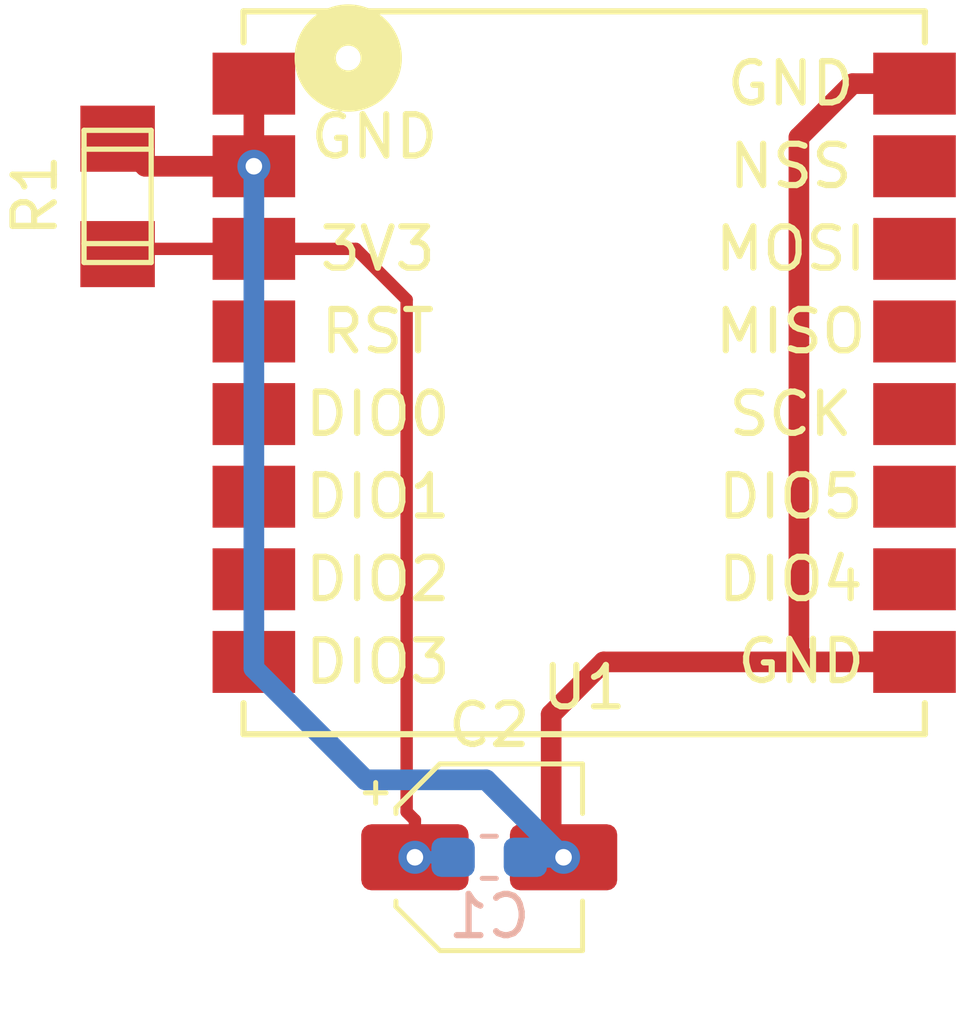
<source format=kicad_pcb>
(kicad_pcb (version 20171130) (host pcbnew 5.1.2-f72e74a~84~ubuntu18.04.1)

  (general
    (thickness 1.6)
    (drawings 0)
    (tracks 30)
    (zones 0)
    (modules 4)
    (nets 3)
  )

  (page User 215.9 139.7)
  (layers
    (0 F.Cu signal)
    (31 B.Cu signal)
    (32 B.Adhes user)
    (33 F.Adhes user)
    (34 B.Paste user)
    (35 F.Paste user)
    (36 B.SilkS user)
    (37 F.SilkS user)
    (38 B.Mask user)
    (39 F.Mask user)
    (40 Dwgs.User user)
    (41 Cmts.User user)
    (42 Eco1.User user)
    (43 Eco2.User user)
    (44 Edge.Cuts user)
    (45 Margin user)
    (46 B.CrtYd user)
    (47 F.CrtYd user)
    (48 B.Fab user)
    (49 F.Fab user)
  )

  (setup
    (last_trace_width 0.25)
    (trace_clearance 0.2)
    (zone_clearance 0.508)
    (zone_45_only no)
    (trace_min 0.2)
    (via_size 0.8)
    (via_drill 0.4)
    (via_min_size 0.4)
    (via_min_drill 0.3)
    (uvia_size 0.3)
    (uvia_drill 0.1)
    (uvias_allowed no)
    (uvia_min_size 0.2)
    (uvia_min_drill 0.1)
    (edge_width 0.05)
    (segment_width 0.2)
    (pcb_text_width 0.3)
    (pcb_text_size 1.5 1.5)
    (mod_edge_width 0.12)
    (mod_text_size 1 1)
    (mod_text_width 0.15)
    (pad_size 1.524 1.524)
    (pad_drill 0.762)
    (pad_to_mask_clearance 0.051)
    (solder_mask_min_width 0.25)
    (aux_axis_origin 0 0)
    (visible_elements FFFFFF7F)
    (pcbplotparams
      (layerselection 0x010fc_ffffffff)
      (usegerberextensions false)
      (usegerberattributes false)
      (usegerberadvancedattributes false)
      (creategerberjobfile false)
      (excludeedgelayer true)
      (linewidth 0.100000)
      (plotframeref false)
      (viasonmask false)
      (mode 1)
      (useauxorigin false)
      (hpglpennumber 1)
      (hpglpenspeed 20)
      (hpglpendiameter 15.000000)
      (psnegative false)
      (psa4output false)
      (plotreference true)
      (plotvalue true)
      (plotinvisibletext false)
      (padsonsilk false)
      (subtractmaskfromsilk false)
      (outputformat 1)
      (mirror false)
      (drillshape 1)
      (scaleselection 1)
      (outputdirectory ""))
  )

  (net 0 "")
  (net 1 GND)
  (net 2 +3V3)

  (net_class Default "This is the default net class."
    (clearance 0.2)
    (trace_width 0.25)
    (via_dia 0.8)
    (via_drill 0.4)
    (uvia_dia 0.3)
    (uvia_drill 0.1)
    (add_net /CE)
    (add_net /CSN)
    (add_net /IRQ)
    (add_net /MISO)
    (add_net /MOSI)
    (add_net /SCK)
    (add_net "Net-(U1-Pad10)")
    (add_net "Net-(U1-Pad11)")
    (add_net "Net-(U1-Pad6)")
    (add_net "Net-(U1-Pad7)")
    (add_net "Net-(U1-Pad8)")
  )

  (net_class 100mA ""
    (clearance 0.2)
    (trace_width 0.3)
    (via_dia 0.8)
    (via_drill 0.4)
    (uvia_dia 0.3)
    (uvia_drill 0.1)
    (add_net +3V3)
  )

  (net_class GND ""
    (clearance 0.2)
    (trace_width 0.5)
    (via_dia 0.8)
    (via_drill 0.4)
    (uvia_dia 0.3)
    (uvia_drill 0.1)
    (add_net GND)
  )

  (module footprint-lib:VAR_1206 (layer F.Cu) (tedit 5CFFB33A) (tstamp 5D001A13)
    (at 22 33.5 90)
    (descr VAR_1206)
    (tags VAR_1206)
    (path /5D00BF8A)
    (fp_text reference R1 (at 0.0254 -2 270) (layer F.SilkS)
      (effects (font (size 1 1) (thickness 0.15)))
    )
    (fp_text value VAR_3V3,1206 (at 0 1.27 270) (layer F.SilkS) hide
      (effects (font (size 0.50038 0.50038) (thickness 0.11938)))
    )
    (fp_line (start 1.143 0.8128) (end 1.143 -0.8128) (layer F.SilkS) (width 0.127))
    (fp_line (start -1.143 -0.8128) (end -1.143 0.8128) (layer F.SilkS) (width 0.127))
    (fp_line (start -1.6002 -0.8128) (end -1.6002 0.8128) (layer F.SilkS) (width 0.127))
    (fp_line (start -1.6002 0.8128) (end 1.6002 0.8128) (layer F.SilkS) (width 0.127))
    (fp_line (start 1.6002 0.8128) (end 1.6002 -0.8128) (layer F.SilkS) (width 0.127))
    (fp_line (start 1.6002 -0.8128) (end -1.6002 -0.8128) (layer F.SilkS) (width 0.127))
    (pad 1 smd rect (at 1.397 0 90) (size 1.6002 1.8034) (layers F.Cu F.Paste F.Mask)
      (net 1 GND))
    (pad 2 smd rect (at -1.397 0 90) (size 1.6002 1.8034) (layers F.Cu F.Paste F.Mask)
      (net 2 +3V3))
    (model ${HOME}/_workspace/kicad/kicad_library/smisioto-footprints/modules/packages3d/walter/smd_resistors/r_1206.wrl
      (at (xyz 0 0 0))
      (scale (xyz 1 1 1))
      (rotate (xyz 0 0 0))
    )
  )

  (module footprint-lib:Ai-Thinker-Ra-02-LoRa (layer F.Cu) (tedit 5CFE8E62) (tstamp 5D001A47)
    (at 33.3 37.77)
    (descr "Ai Thinker Ra-01 LoRa")
    (tags "LoRa Ra-02")
    (path /5CFFC579)
    (attr smd)
    (fp_text reference U1 (at 0 7.62) (layer F.SilkS)
      (effects (font (size 1 1) (thickness 0.15)))
    )
    (fp_text value Ai-Thinker-Ra-02 (at 0 9.75) (layer F.Fab)
      (effects (font (size 1 1) (thickness 0.15)))
    )
    (fp_circle (center -5.715 -7.62) (end -5.415 -7.62) (layer F.SilkS) (width 1))
    (fp_text user GND (at 5.255 6.985) (layer F.SilkS)
      (effects (font (size 1 1) (thickness 0.15)))
    )
    (fp_text user DIO4 (at 5 5) (layer F.SilkS)
      (effects (font (size 1 1) (thickness 0.15)))
    )
    (fp_text user DIO5 (at 5 3) (layer F.SilkS)
      (effects (font (size 1 1) (thickness 0.15)))
    )
    (fp_text user SCK (at 5 1) (layer F.SilkS)
      (effects (font (size 1 1) (thickness 0.15)))
    )
    (fp_text user MISO (at 5 -1) (layer F.SilkS)
      (effects (font (size 1 1) (thickness 0.15)))
    )
    (fp_text user MOSI (at 5 -3) (layer F.SilkS)
      (effects (font (size 1 1) (thickness 0.15)))
    )
    (fp_text user NSS (at 5 -5) (layer F.SilkS)
      (effects (font (size 1 1) (thickness 0.15)))
    )
    (fp_text user GND (at 5 -7) (layer F.SilkS)
      (effects (font (size 1 1) (thickness 0.15)))
    )
    (fp_text user DIO3 (at -5 7) (layer F.SilkS)
      (effects (font (size 1 1) (thickness 0.15)))
    )
    (fp_text user DIO2 (at -5 5) (layer F.SilkS)
      (effects (font (size 1 1) (thickness 0.15)))
    )
    (fp_text user DIO1 (at -5 3) (layer F.SilkS)
      (effects (font (size 1 1) (thickness 0.15)))
    )
    (fp_text user DIO0 (at -5 1) (layer F.SilkS)
      (effects (font (size 1 1) (thickness 0.15)))
    )
    (fp_text user RST (at -5 -1) (layer F.SilkS)
      (effects (font (size 1 1) (thickness 0.15)))
    )
    (fp_text user 3V3 (at -5 -3) (layer F.SilkS)
      (effects (font (size 1 1) (thickness 0.15)))
    )
    (fp_text user GND (at -5.08 -5.715) (layer F.SilkS)
      (effects (font (size 1 1) (thickness 0.15)))
    )
    (fp_line (start -9.25 -9) (end 9.25 -9) (layer F.CrtYd) (width 0.05))
    (fp_line (start 9.25 -9) (end 9.25 9) (layer F.CrtYd) (width 0.05))
    (fp_line (start 9.25 9) (end -9.25 9) (layer F.CrtYd) (width 0.05))
    (fp_line (start -9.25 9) (end -9.25 -9) (layer F.CrtYd) (width 0.05))
    (fp_text user %R (at 0 7.62) (layer F.Fab)
      (effects (font (size 1 1) (thickness 0.15)))
    )
    (fp_line (start -8.25 8) (end -8.25 8.75) (layer F.SilkS) (width 0.15))
    (fp_line (start -8.25 8.75) (end 8.25 8.75) (layer F.SilkS) (width 0.15))
    (fp_line (start 8.25 8.75) (end 8.25 8) (layer F.SilkS) (width 0.15))
    (fp_line (start -8.25 -8) (end -8.25 -8.75) (layer F.SilkS) (width 0.15))
    (fp_line (start -8.25 -8.75) (end 8.25 -8.75) (layer F.SilkS) (width 0.15))
    (fp_line (start 8.25 -8.75) (end 8.25 -8) (layer F.SilkS) (width 0.15))
    (fp_line (start -8 -8.5) (end 8 -8.5) (layer F.Fab) (width 0.15))
    (fp_line (start 8 -8.5) (end 8 8.5) (layer F.Fab) (width 0.15))
    (fp_line (start 8 8.5) (end -8 8.5) (layer F.Fab) (width 0.15))
    (fp_line (start -8 8.5) (end -8 -8.5) (layer F.Fab) (width 0.15))
    (pad "" np_thru_hole oval (at 0.254 -0.254) (size 4 12) (drill oval 4 12) (layers *.Cu *.Mask)
      (solder_mask_margin 0.5) (clearance 0.5))
    (pad 1 smd rect (at -8 -7) (size 2 1.5) (layers F.Cu F.Paste F.Mask)
      (net 1 GND))
    (pad 2 smd rect (at -8 -5) (size 2 1.5) (layers F.Cu F.Paste F.Mask)
      (net 1 GND))
    (pad 3 smd rect (at -8 -3) (size 2 1.5) (layers F.Cu F.Paste F.Mask)
      (net 2 +3V3))
    (pad 4 smd rect (at -8 -1) (size 2 1.5) (layers F.Cu F.Paste F.Mask))
    (pad 5 smd rect (at -8 1) (size 2 1.5) (layers F.Cu F.Paste F.Mask))
    (pad 6 smd rect (at -8 3) (size 2 1.5) (layers F.Cu F.Paste F.Mask))
    (pad 7 smd rect (at -8 5) (size 2 1.5) (layers F.Cu F.Paste F.Mask))
    (pad 8 smd rect (at -8 7) (size 2 1.5) (layers F.Cu F.Paste F.Mask))
    (pad 9 smd rect (at 8 7) (size 2 1.5) (layers F.Cu F.Paste F.Mask)
      (net 1 GND))
    (pad 10 smd rect (at 8 5) (size 2 1.5) (layers F.Cu F.Paste F.Mask))
    (pad 11 smd rect (at 8 3) (size 2 1.5) (layers F.Cu F.Paste F.Mask))
    (pad 12 smd rect (at 8 1) (size 2 1.5) (layers F.Cu F.Paste F.Mask))
    (pad 13 smd rect (at 8 -1) (size 2 1.5) (layers F.Cu F.Paste F.Mask))
    (pad 14 smd rect (at 8 -3) (size 2 1.5) (layers F.Cu F.Paste F.Mask))
    (pad 15 smd rect (at 8 -5) (size 2 1.5) (layers F.Cu F.Paste F.Mask))
    (pad 16 smd rect (at 8 -7) (size 2 1.5) (layers F.Cu F.Paste F.Mask)
      (net 1 GND))
    (model "/home/logic/_workspace/kicad/kicad_library/kicad-packages3d/lora/User Library-RA-02.STEP"
      (at (xyz 0 0 0))
      (scale (xyz 1 1 1))
      (rotate (xyz 0 0 0))
    )
  )

  (module Capacitor_SMD:CP_Elec_4x5.3 (layer F.Cu) (tedit 5BCA39CF) (tstamp 5D001A07)
    (at 31 49.5)
    (descr "SMD capacitor, aluminum electrolytic, Vishay, 4.0x5.3mm")
    (tags "capacitor electrolytic")
    (path /5CFFE29D)
    (attr smd)
    (fp_text reference C2 (at 0 -3.2) (layer F.SilkS)
      (effects (font (size 1 1) (thickness 0.15)))
    )
    (fp_text value CP22uf,16V (at 0 3.2) (layer F.Fab)
      (effects (font (size 1 1) (thickness 0.15)))
    )
    (fp_text user %R (at 0 0) (layer F.Fab)
      (effects (font (size 0.8 0.8) (thickness 0.12)))
    )
    (fp_line (start -3.35 1.05) (end -2.4 1.05) (layer F.CrtYd) (width 0.05))
    (fp_line (start -3.35 -1.05) (end -3.35 1.05) (layer F.CrtYd) (width 0.05))
    (fp_line (start -2.4 -1.05) (end -3.35 -1.05) (layer F.CrtYd) (width 0.05))
    (fp_line (start -2.4 1.05) (end -2.4 1.25) (layer F.CrtYd) (width 0.05))
    (fp_line (start -2.4 -1.25) (end -2.4 -1.05) (layer F.CrtYd) (width 0.05))
    (fp_line (start -2.4 -1.25) (end -1.25 -2.4) (layer F.CrtYd) (width 0.05))
    (fp_line (start -2.4 1.25) (end -1.25 2.4) (layer F.CrtYd) (width 0.05))
    (fp_line (start -1.25 -2.4) (end 2.4 -2.4) (layer F.CrtYd) (width 0.05))
    (fp_line (start -1.25 2.4) (end 2.4 2.4) (layer F.CrtYd) (width 0.05))
    (fp_line (start 2.4 1.05) (end 2.4 2.4) (layer F.CrtYd) (width 0.05))
    (fp_line (start 3.35 1.05) (end 2.4 1.05) (layer F.CrtYd) (width 0.05))
    (fp_line (start 3.35 -1.05) (end 3.35 1.05) (layer F.CrtYd) (width 0.05))
    (fp_line (start 2.4 -1.05) (end 3.35 -1.05) (layer F.CrtYd) (width 0.05))
    (fp_line (start 2.4 -2.4) (end 2.4 -1.05) (layer F.CrtYd) (width 0.05))
    (fp_line (start -2.75 -1.81) (end -2.75 -1.31) (layer F.SilkS) (width 0.12))
    (fp_line (start -3 -1.56) (end -2.5 -1.56) (layer F.SilkS) (width 0.12))
    (fp_line (start -2.26 1.195563) (end -1.195563 2.26) (layer F.SilkS) (width 0.12))
    (fp_line (start -2.26 -1.195563) (end -1.195563 -2.26) (layer F.SilkS) (width 0.12))
    (fp_line (start -2.26 -1.195563) (end -2.26 -1.06) (layer F.SilkS) (width 0.12))
    (fp_line (start -2.26 1.195563) (end -2.26 1.06) (layer F.SilkS) (width 0.12))
    (fp_line (start -1.195563 2.26) (end 2.26 2.26) (layer F.SilkS) (width 0.12))
    (fp_line (start -1.195563 -2.26) (end 2.26 -2.26) (layer F.SilkS) (width 0.12))
    (fp_line (start 2.26 -2.26) (end 2.26 -1.06) (layer F.SilkS) (width 0.12))
    (fp_line (start 2.26 2.26) (end 2.26 1.06) (layer F.SilkS) (width 0.12))
    (fp_line (start -1.374773 -1.2) (end -1.374773 -0.8) (layer F.Fab) (width 0.1))
    (fp_line (start -1.574773 -1) (end -1.174773 -1) (layer F.Fab) (width 0.1))
    (fp_line (start -2.15 1.15) (end -1.15 2.15) (layer F.Fab) (width 0.1))
    (fp_line (start -2.15 -1.15) (end -1.15 -2.15) (layer F.Fab) (width 0.1))
    (fp_line (start -2.15 -1.15) (end -2.15 1.15) (layer F.Fab) (width 0.1))
    (fp_line (start -1.15 2.15) (end 2.15 2.15) (layer F.Fab) (width 0.1))
    (fp_line (start -1.15 -2.15) (end 2.15 -2.15) (layer F.Fab) (width 0.1))
    (fp_line (start 2.15 -2.15) (end 2.15 2.15) (layer F.Fab) (width 0.1))
    (fp_circle (center 0 0) (end 2 0) (layer F.Fab) (width 0.1))
    (pad 2 smd roundrect (at 1.8 0) (size 2.6 1.6) (layers F.Cu F.Paste F.Mask) (roundrect_rratio 0.15625)
      (net 1 GND))
    (pad 1 smd roundrect (at -1.8 0) (size 2.6 1.6) (layers F.Cu F.Paste F.Mask) (roundrect_rratio 0.15625)
      (net 2 +3V3))
    (model ${KISYS3DMOD}/Capacitor_SMD.3dshapes/CP_Elec_4x5.3.wrl
      (at (xyz 0 0 0))
      (scale (xyz 1 1 1))
      (rotate (xyz 0 0 0))
    )
  )

  (module Capacitor_SMD:C_0603_1608Metric_Pad1.05x0.95mm_HandSolder (layer B.Cu) (tedit 5B301BBE) (tstamp 5D0019DF)
    (at 31 49.5)
    (descr "Capacitor SMD 0603 (1608 Metric), square (rectangular) end terminal, IPC_7351 nominal with elongated pad for handsoldering. (Body size source: http://www.tortai-tech.com/upload/download/2011102023233369053.pdf), generated with kicad-footprint-generator")
    (tags "capacitor handsolder")
    (path /5CFFE9C3)
    (attr smd)
    (fp_text reference C1 (at 0 1.43) (layer B.SilkS)
      (effects (font (size 1 1) (thickness 0.15)) (justify mirror))
    )
    (fp_text value C104,0603 (at 0 -1.43) (layer B.Fab)
      (effects (font (size 1 1) (thickness 0.15)) (justify mirror))
    )
    (fp_text user %R (at 0 0) (layer B.Fab)
      (effects (font (size 0.4 0.4) (thickness 0.06)) (justify mirror))
    )
    (fp_line (start 1.65 -0.73) (end -1.65 -0.73) (layer B.CrtYd) (width 0.05))
    (fp_line (start 1.65 0.73) (end 1.65 -0.73) (layer B.CrtYd) (width 0.05))
    (fp_line (start -1.65 0.73) (end 1.65 0.73) (layer B.CrtYd) (width 0.05))
    (fp_line (start -1.65 -0.73) (end -1.65 0.73) (layer B.CrtYd) (width 0.05))
    (fp_line (start -0.171267 -0.51) (end 0.171267 -0.51) (layer B.SilkS) (width 0.12))
    (fp_line (start -0.171267 0.51) (end 0.171267 0.51) (layer B.SilkS) (width 0.12))
    (fp_line (start 0.8 -0.4) (end -0.8 -0.4) (layer B.Fab) (width 0.1))
    (fp_line (start 0.8 0.4) (end 0.8 -0.4) (layer B.Fab) (width 0.1))
    (fp_line (start -0.8 0.4) (end 0.8 0.4) (layer B.Fab) (width 0.1))
    (fp_line (start -0.8 -0.4) (end -0.8 0.4) (layer B.Fab) (width 0.1))
    (pad 2 smd roundrect (at 0.875 0) (size 1.05 0.95) (layers B.Cu B.Paste B.Mask) (roundrect_rratio 0.25)
      (net 1 GND))
    (pad 1 smd roundrect (at -0.875 0) (size 1.05 0.95) (layers B.Cu B.Paste B.Mask) (roundrect_rratio 0.25)
      (net 2 +3V3))
    (model ${KISYS3DMOD}/Capacitor_SMD.3dshapes/C_0603_1608Metric.wrl
      (at (xyz 0 0 0))
      (scale (xyz 1 1 1))
      (rotate (xyz 0 0 0))
    )
  )

  (segment (start 22.667 32.77) (end 22 32.103) (width 0.5) (layer F.Cu) (net 1))
  (segment (start 25.3 32.77) (end 25.3 32.77) (width 0.5) (layer F.Cu) (net 1))
  (segment (start 32.5 46.04) (end 33.77 44.77) (width 0.5) (layer F.Cu) (net 1))
  (segment (start 32.5 49.2) (end 32.5 46.04) (width 0.5) (layer F.Cu) (net 1))
  (segment (start 32.8 49.5) (end 32.5 49.2) (width 0.5) (layer F.Cu) (net 1))
  (segment (start 25.3 32.77) (end 25.3 30.77) (width 0.5) (layer F.Cu) (net 1))
  (segment (start 39.8 30.77) (end 38.5 32.07) (width 0.5) (layer F.Cu) (net 1))
  (segment (start 41.3 30.77) (end 39.8 30.77) (width 0.5) (layer F.Cu) (net 1))
  (segment (start 38.5 44.54) (end 38.73 44.77) (width 0.5) (layer F.Cu) (net 1))
  (segment (start 33.77 44.77) (end 38.73 44.77) (width 0.5) (layer F.Cu) (net 1))
  (segment (start 38.5 32.07) (end 38.5 44.54) (width 0.5) (layer F.Cu) (net 1))
  (segment (start 38.73 44.77) (end 41.3 44.77) (width 0.5) (layer F.Cu) (net 1))
  (segment (start 25.3 32.77) (end 22.667 32.77) (width 0.5) (layer F.Cu) (net 1) (tstamp 5D002219))
  (via (at 25.3 32.77) (size 0.8) (drill 0.4) (layers F.Cu B.Cu) (net 1))
  (via (at 32.8 49.5) (size 0.8) (drill 0.4) (layers F.Cu B.Cu) (net 1))
  (segment (start 32.8 49.5) (end 31.875 49.5) (width 0.5) (layer B.Cu) (net 1))
  (segment (start 30.925 47.625) (end 32.8 49.5) (width 0.5) (layer B.Cu) (net 1))
  (segment (start 28 47.625) (end 30.925 47.625) (width 0.5) (layer B.Cu) (net 1))
  (segment (start 25.3 44.925) (end 28 47.625) (width 0.5) (layer B.Cu) (net 1))
  (segment (start 25.3 32.77) (end 25.3 44.925) (width 0.5) (layer B.Cu) (net 1))
  (segment (start 22.127 34.77) (end 22 34.897) (width 0.3) (layer F.Cu) (net 2))
  (segment (start 25.3 34.77) (end 22.127 34.77) (width 0.3) (layer F.Cu) (net 2))
  (segment (start 29.2 48.6) (end 29 48.4) (width 0.3) (layer F.Cu) (net 2))
  (segment (start 29.2 49.5) (end 29.2 49.5) (width 0.3) (layer F.Cu) (net 2))
  (segment (start 29 48.4) (end 29 36) (width 0.3) (layer F.Cu) (net 2))
  (segment (start 27.77 34.77) (end 25.3 34.77) (width 0.3) (layer F.Cu) (net 2))
  (segment (start 29 36) (end 27.77 34.77) (width 0.3) (layer F.Cu) (net 2))
  (segment (start 29.2 49.5) (end 29.2 48.6) (width 0.3) (layer F.Cu) (net 2) (tstamp 5D002227))
  (via (at 29.2 49.5) (size 0.8) (drill 0.4) (layers F.Cu B.Cu) (net 2))
  (segment (start 30.125 49.5) (end 29.2 49.5) (width 0.3) (layer B.Cu) (net 2))

)

</source>
